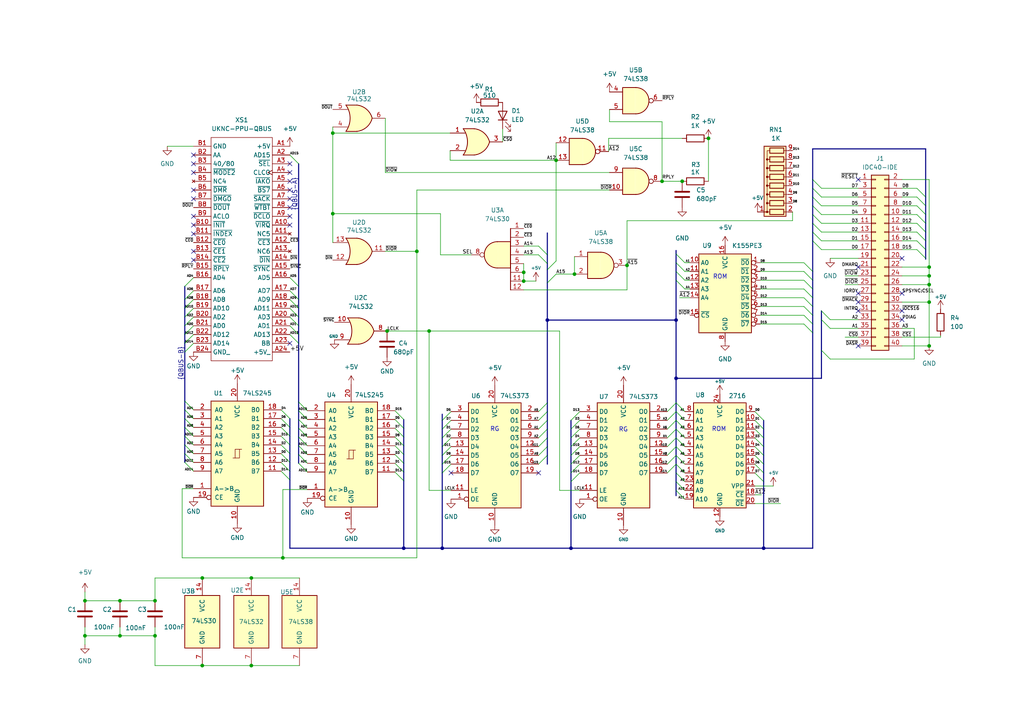
<source format=kicad_sch>
(kicad_sch (version 20230121) (generator eeschema)
  (paper "A4")
  (title_block (title "https://forum.maxiol.com/index.php?showtopic=4937") (date "2023-03-18") (comment 1 "https://github.com/nzeemin/ukncbtl-doc/wiki/IDE-HDD-ru") (comment 2 "https://zx-pk.ru/threads/12218-vinchester-uknts/page3.html"))
  (bus_alias "{QBUS-B}" (members "AD0" "AD2" "AD4" "AD6" "AD8" "AD10" "AD12" "AD14"))
  (junction (at 58.674 193.04))
  (junction (at 192.024 52.578))
  (junction (at 117.094 159.004))
  (junction (at 120.904 72.898))
  (junction (at 72.898 193.04))
  (junction (at 158.75 92.837))
  (junction (at 166.624 79.502))
  (junction (at 197.866 52.578))
  (junction (at 151.892 78.994))
  (junction (at 124.46 96.012))
  (junction (at 112.268 96.012))
  (junction (at 96.52 61.976))
  (junction (at 44.958 174.244))
  (junction (at 34.798 184.404))
  (junction (at 181.864 76.962))
  (junction (at 165.608 159.004))
  (junction (at 269.494 82.55))
  (junction (at 128.27 159.004))
  (junction (at 82.042 161.798))
  (junction (at 196.088 109.728))
  (junction (at 196.088 92.837))
  (junction (at 58.674 167.64))
  (junction (at 269.494 87.63))
  (junction (at 161.29 46.482))
  (junction (at 96.52 38.608))
  (junction (at 205.486 40.132))
  (junction (at 269.494 77.47))
  (junction (at 221.488 159.004))
  (junction (at 269.494 100.33))
  (junction (at 34.798 174.244))
  (junction (at 151.892 81.534))
  (junction (at 24.638 184.404))
  (junction (at 72.898 167.64))
  (junction (at 269.494 80.01))
  (junction (at 24.638 174.244))
  (junction (at 44.958 184.404))
  (no_connect (at 84.074 55.118))
  (no_connect (at 248.92 100.33))
  (no_connect (at 84.074 52.578))
  (no_connect (at 261.62 74.93))
  (no_connect (at 84.074 99.568))
  (no_connect (at 84.074 65.278))
  (no_connect (at 156.21 137.16))
  (no_connect (at 261.62 85.09))
  (no_connect (at 84.074 50.038))
  (no_connect (at 261.62 90.17))
  (no_connect (at 84.074 57.658))
  (no_connect (at 56.134 67.818))
  (no_connect (at 84.074 60.198))
  (no_connect (at 248.92 77.47))
  (no_connect (at 248.92 52.07))
  (no_connect (at 56.134 55.118))
  (no_connect (at 84.074 47.498))
  (no_connect (at 56.134 72.898))
  (no_connect (at 248.92 85.09))
  (no_connect (at 130.81 137.16))
  (no_connect (at 248.92 87.63))
  (no_connect (at 56.134 50.038))
  (no_connect (at 56.134 65.278))
  (no_connect (at 56.134 47.498))
  (no_connect (at 248.92 90.17))
  (no_connect (at 56.134 57.658))
  (no_connect (at 84.074 62.738))
  (no_connect (at 261.62 92.71))
  (no_connect (at 56.134 75.438))
  (no_connect (at 56.134 62.738))
  (no_connect (at 56.134 44.958))
  (bus_entry (at 81.534 129.032) (size 2.54 2.54))
  (bus_entry (at 161.29 79.502) (size -2.54 2.54))
  (bus_entry (at 168.148 132.08) (size -2.54 2.54))
  (bus_entry (at 158.75 73.914) (size -2.54 -2.54))
  (bus_entry (at 114.554 121.666) (size 2.54 2.54))
  (bus_entry (at 193.548 119.38) (size 2.54 -2.54))
  (bus_entry (at 193.548 127) (size 2.54 -2.54))
  (bus_entry (at 233.172 86.36) (size 2.54 2.54))
  (bus_entry (at 84.074 89.408) (size 2.54 2.54))
  (bus_entry (at 196.088 129.54) (size 2.54 2.54))
  (bus_entry (at 233.172 78.74) (size 2.54 2.54))
  (bus_entry (at 233.172 93.98) (size 2.54 2.54))
  (bus_entry (at 233.172 76.2) (size 2.54 2.54))
  (bus_entry (at 196.088 124.46) (size 2.54 2.54))
  (bus_entry (at 56.134 86.868) (size -2.54 2.54))
  (bus_entry (at 81.534 136.652) (size 2.54 2.54))
  (bus_entry (at 130.81 134.62) (size -2.54 2.54))
  (bus_entry (at 235.712 57.15) (size 2.54 2.54))
  (bus_entry (at 233.172 81.28) (size 2.54 2.54))
  (bus_entry (at 114.554 136.906) (size 2.54 2.54))
  (bus_entry (at 84.074 80.518) (size 2.54 2.54))
  (bus_entry (at 114.554 134.366) (size 2.54 2.54))
  (bus_entry (at 86.614 129.286) (size 2.54 2.54))
  (bus_entry (at 168.148 127) (size -2.54 2.54))
  (bus_entry (at 196.088 127) (size 2.54 2.54))
  (bus_entry (at 156.21 132.08) (size 2.54 -2.54))
  (bus_entry (at 84.074 84.328) (size 2.54 2.54))
  (bus_entry (at 218.948 132.08) (size 2.54 2.54))
  (bus_entry (at 193.548 121.92) (size 2.54 -2.54))
  (bus_entry (at 196.088 78.74) (size 2.54 2.54))
  (bus_entry (at 168.148 119.38) (size -2.54 2.54))
  (bus_entry (at 156.21 124.46) (size 2.54 -2.54))
  (bus_entry (at 265.938 67.31) (size 2.54 2.54))
  (bus_entry (at 156.21 129.54) (size 2.54 -2.54))
  (bus_entry (at 84.074 91.948) (size 2.54 2.54))
  (bus_entry (at 56.134 97.028) (size -2.54 2.54))
  (bus_entry (at 196.088 142.24) (size 2.54 2.54))
  (bus_entry (at 84.074 97.028) (size 2.54 2.54))
  (bus_entry (at 56.134 80.518) (size -2.54 2.54))
  (bus_entry (at 130.81 119.38) (size -2.54 2.54))
  (bus_entry (at 168.148 137.16) (size -2.54 2.54))
  (bus_entry (at 156.21 119.38) (size 2.54 -2.54))
  (bus_entry (at 81.534 118.872) (size 2.54 2.54))
  (bus_entry (at 56.134 121.412) (size -2.54 -2.54))
  (bus_entry (at 168.148 129.54) (size -2.54 2.54))
  (bus_entry (at 114.554 129.286) (size 2.54 2.54))
  (bus_entry (at 84.074 44.958) (size 2.54 2.54))
  (bus_entry (at 86.614 126.746) (size 2.54 2.54))
  (bus_entry (at 56.134 84.328) (size -2.54 2.54))
  (bus_entry (at 114.554 131.826) (size 2.54 2.54))
  (bus_entry (at 235.712 67.31) (size 2.54 2.54))
  (bus_entry (at 56.134 129.032) (size -2.54 -2.54))
  (bus_entry (at 56.134 126.492) (size -2.54 -2.54))
  (bus_entry (at 265.938 54.61) (size 2.54 2.54))
  (bus_entry (at 196.088 139.7) (size 2.54 2.54))
  (bus_entry (at 196.088 137.16) (size 2.54 2.54))
  (bus_entry (at 86.614 124.206) (size 2.54 2.54))
  (bus_entry (at 56.134 99.568) (size -2.54 2.54))
  (bus_entry (at 114.554 119.126) (size 2.54 2.54))
  (bus_entry (at 84.074 94.488) (size 2.54 2.54))
  (bus_entry (at 235.712 54.61) (size 2.54 2.54))
  (bus_entry (at 265.938 62.23) (size 2.54 2.54))
  (bus_entry (at 218.948 127) (size 2.54 2.54))
  (bus_entry (at 265.938 69.85) (size 2.54 2.54))
  (bus_entry (at 233.172 91.44) (size 2.54 2.54))
  (bus_entry (at 196.088 121.92) (size 2.54 2.54))
  (bus_entry (at 196.088 119.38) (size 2.54 2.54))
  (bus_entry (at 265.938 64.77) (size 2.54 2.54))
  (bus_entry (at 130.81 127) (size -2.54 2.54))
  (bus_entry (at 238.252 101.6) (size 2.54 2.54))
  (bus_entry (at 156.21 121.92) (size 2.54 -2.54))
  (bus_entry (at 130.81 124.46) (size -2.54 2.54))
  (bus_entry (at 265.938 72.39) (size 2.54 2.54))
  (bus_entry (at 235.712 69.85) (size 2.54 2.54))
  (bus_entry (at 196.088 76.2) (size 2.54 2.54))
  (bus_entry (at 265.938 59.69) (size 2.54 2.54))
  (bus_entry (at 218.948 124.46) (size 2.54 2.54))
  (bus_entry (at 56.134 123.952) (size -2.54 -2.54))
  (bus_entry (at 81.534 131.572) (size 2.54 2.54))
  (bus_entry (at 161.29 75.692) (size -2.54 2.54))
  (bus_entry (at 218.948 119.38) (size 2.54 2.54))
  (bus_entry (at 235.712 62.23) (size 2.54 2.54))
  (bus_entry (at 156.21 134.62) (size 2.54 -2.54))
  (bus_entry (at 233.172 88.9) (size 2.54 2.54))
  (bus_entry (at 265.938 57.15) (size 2.54 2.54))
  (bus_entry (at 168.148 121.92) (size -2.54 2.54))
  (bus_entry (at 81.534 134.112) (size 2.54 2.54))
  (bus_entry (at 196.088 73.66) (size 2.54 2.54))
  (bus_entry (at 56.134 136.652) (size -2.54 -2.54))
  (bus_entry (at 193.548 137.16) (size 2.54 -2.54))
  (bus_entry (at 114.554 124.206) (size 2.54 2.54))
  (bus_entry (at 86.614 134.366) (size 2.54 2.54))
  (bus_entry (at 130.81 129.54) (size -2.54 2.54))
  (bus_entry (at 130.81 132.08) (size -2.54 2.54))
  (bus_entry (at 114.554 126.746) (size 2.54 2.54))
  (bus_entry (at 86.614 119.126) (size 2.54 2.54))
  (bus_entry (at 86.614 131.826) (size 2.54 2.54))
  (bus_entry (at 196.088 116.84) (size 2.54 2.54))
  (bus_entry (at 233.172 83.82) (size 2.54 2.54))
  (bus_entry (at 235.712 64.77) (size 2.54 2.54))
  (bus_entry (at 218.948 134.62) (size 2.54 2.54))
  (bus_entry (at 81.534 121.412) (size 2.54 2.54))
  (bus_entry (at 218.948 137.16) (size 2.54 2.54))
  (bus_entry (at 193.548 124.46) (size 2.54 -2.54))
  (bus_entry (at 56.134 91.948) (size -2.54 2.54))
  (bus_entry (at 158.75 76.454) (size -2.54 -2.54))
  (bus_entry (at 196.088 134.62) (size 2.54 2.54))
  (bus_entry (at 56.134 94.488) (size -2.54 2.54))
  (bus_entry (at 193.548 134.62) (size 2.54 -2.54))
  (bus_entry (at 168.148 134.62) (size -2.54 2.54))
  (bus_entry (at 238.252 92.71) (size 2.54 2.54))
  (bus_entry (at 235.712 59.69) (size 2.54 2.54))
  (bus_entry (at 218.948 129.54) (size 2.54 2.54))
  (bus_entry (at 81.534 126.492) (size 2.54 2.54))
  (bus_entry (at 56.134 89.408) (size -2.54 2.54))
  (bus_entry (at 86.614 121.666) (size 2.54 2.54))
  (bus_entry (at 238.252 90.17) (size 2.54 2.54))
  (bus_entry (at 193.548 132.08) (size 2.54 -2.54))
  (bus_entry (at 156.21 127) (size 2.54 -2.54))
  (bus_entry (at 56.134 118.872) (size -2.54 -2.54))
  (bus_entry (at 81.534 123.952) (size 2.54 2.54))
  (bus_entry (at 56.134 131.572) (size -2.54 -2.54))
  (bus_entry (at 168.148 124.46) (size -2.54 2.54))
  (bus_entry (at 56.134 134.112) (size -2.54 -2.54))
  (bus_entry (at 86.614 116.586) (size 2.54 2.54))
  (bus_entry (at 235.712 52.07) (size 2.54 2.54))
  (bus_entry (at 218.948 121.92) (size 2.54 2.54))
  (bus_entry (at 193.548 129.54) (size 2.54 -2.54))
  (bus_entry (at 196.088 132.08) (size 2.54 2.54))
  (bus_entry (at 196.088 81.28) (size 2.54 2.54))
  (bus_entry (at 130.81 121.92) (size -2.54 2.54))
  (bus_entry (at 84.074 86.868) (size 2.54 2.54))
  (bus (pts (xy 53.594 86.868) (xy 53.594 89.408)))
  (bus (pts (xy 235.712 52.07) (xy 235.712 43.18)))
  (wire (pts (xy 218.948 140.97) (xy 224.282 140.97)))
  (wire (pts (xy 269.494 52.07) (xy 269.494 77.47)))
  (bus (pts (xy 165.608 127) (xy 165.608 129.54)))
  (bus (pts (xy 53.594 102.108) (xy 53.594 116.332)))
  (wire (pts (xy 176.784 31.75) (xy 176.784 35.306)))
  (bus (pts (xy 221.488 159.004) (xy 235.712 159.004)))
  (bus (pts (xy 268.478 67.31) (xy 268.478 69.85)))
  (wire (pts (xy 238.252 64.77) (xy 248.92 64.77)))
  (bus (pts (xy 84.074 121.412) (xy 84.074 123.952)))
  (bus (pts (xy 235.712 78.74) (xy 235.712 81.28)))
  (bus (pts (xy 53.594 97.028) (xy 53.594 99.568)))
  (wire (pts (xy 198.628 76.2) (xy 200.152 76.2)))
  (bus (pts (xy 158.75 82.042) (xy 158.75 92.837)))
  (wire (pts (xy 96.52 61.976) (xy 96.52 70.358)))
  (bus (pts (xy 117.094 126.746) (xy 117.094 129.286)))
  (wire (pts (xy 161.29 46.482) (xy 161.29 75.692)))
  (wire (pts (xy 96.52 61.976) (xy 127.762 61.976)))
  (bus (pts (xy 86.614 124.206) (xy 86.614 126.746)))
  (bus (pts (xy 268.478 57.15) (xy 268.478 59.69)))
  (wire (pts (xy 261.62 80.01) (xy 269.494 80.01)))
  (bus (pts (xy 235.712 62.23) (xy 235.712 64.77)))
  (wire (pts (xy 261.62 87.63) (xy 269.494 87.63)))
  (bus (pts (xy 53.594 99.568) (xy 53.594 102.108)))
  (wire (pts (xy 24.638 174.244) (xy 34.798 174.244)))
  (wire (pts (xy 261.62 100.33) (xy 269.494 100.33)))
  (bus (pts (xy 86.614 121.666) (xy 86.614 124.206)))
  (bus (pts (xy 84.074 139.192) (xy 84.074 159.004)))
  (wire (pts (xy 261.62 97.79) (xy 272.796 97.79)))
  (wire (pts (xy 44.958 184.404) (xy 34.798 184.404)))
  (bus (pts (xy 196.088 129.54) (xy 196.088 127)))
  (wire (pts (xy 111.76 34.29) (xy 111.76 50.038)))
  (wire (pts (xy 240.792 92.71) (xy 248.92 92.71)))
  (bus (pts (xy 235.712 93.98) (xy 235.712 96.52)))
  (bus (pts (xy 268.478 72.39) (xy 268.478 74.93)))
  (bus (pts (xy 221.488 124.46) (xy 221.488 127)))
  (bus (pts (xy 84.074 123.952) (xy 84.074 126.492)))
  (wire (pts (xy 261.62 95.25) (xy 265.176 95.25)))
  (bus (pts (xy 235.712 57.15) (xy 235.712 54.61)))
  (bus (pts (xy 268.478 69.85) (xy 268.478 72.39)))
  (bus (pts (xy 235.712 69.85) (xy 235.712 67.31)))
  (bus (pts (xy 235.712 88.9) (xy 235.712 91.44)))
  (bus (pts (xy 128.27 124.46) (xy 128.27 127)))
  (bus (pts (xy 235.712 83.82) (xy 235.712 86.36)))
  (wire (pts (xy 34.798 184.404) (xy 24.638 184.404)))
  (wire (pts (xy 272.796 97.282) (xy 272.796 97.79)))
  (wire (pts (xy 96.52 36.83) (xy 96.52 38.608)))
  (wire (pts (xy 82.042 141.986) (xy 82.042 161.798)))
  (bus (pts (xy 53.594 91.948) (xy 53.594 94.488)))
  (wire (pts (xy 218.948 146.05) (xy 226.4156 146.05)))
  (wire (pts (xy 89.154 141.986) (xy 82.042 141.986)))
  (wire (pts (xy 120.904 72.898) (xy 111.76 72.898)))
  (bus (pts (xy 117.094 121.666) (xy 117.094 124.206)))
  (bus (pts (xy 196.088 137.16) (xy 196.088 139.7)))
  (wire (pts (xy 240.792 95.25) (xy 248.92 95.25)))
  (wire (pts (xy 151.892 76.454) (xy 151.892 78.994)))
  (wire (pts (xy 269.494 87.63) (xy 269.494 82.55)))
  (wire (pts (xy 162.306 96.012) (xy 124.46 96.012)))
  (bus (pts (xy 268.478 62.23) (xy 268.478 64.77)))
  (bus (pts (xy 221.488 139.7) (xy 221.488 159.004)))
  (wire (pts (xy 197.866 40.132) (xy 176.53 40.132)))
  (wire (pts (xy 44.958 184.404) (xy 44.958 193.04)))
  (wire (pts (xy 44.958 181.864) (xy 44.958 184.404)))
  (wire (pts (xy 205.486 40.132) (xy 205.486 52.578)))
  (wire (pts (xy 96.52 38.608) (xy 130.556 38.608)))
  (wire (pts (xy 120.904 72.898) (xy 120.904 55.118)))
  (wire (pts (xy 238.252 57.15) (xy 248.92 57.15)))
  (bus (pts (xy 158.75 132.08) (xy 158.75 134.62)))
  (wire (pts (xy 111.76 50.038) (xy 176.784 50.038)))
  (wire (pts (xy 238.252 54.61) (xy 248.92 54.61)))
  (wire (pts (xy 58.674 167.64) (xy 44.958 167.64)))
  (bus (pts (xy 238.252 101.6) (xy 238.252 109.728)))
  (bus (pts (xy 128.27 132.08) (xy 128.27 134.62)))
  (bus (pts (xy 86.614 116.586) (xy 86.614 119.126)))
  (bus (pts (xy 235.712 52.07) (xy 235.712 54.61)))
  (bus (pts (xy 196.088 81.28) (xy 196.088 92.837)))
  (wire (pts (xy 127.762 61.976) (xy 127.762 73.914)))
  (bus (pts (xy 196.088 119.38) (xy 196.088 116.84)))
  (wire (pts (xy 198.628 83.82) (xy 200.152 83.82)))
  (wire (pts (xy 269.494 80.01) (xy 269.494 77.47)))
  (wire (pts (xy 261.62 67.31) (xy 265.938 67.31)))
  (bus (pts (xy 158.75 127) (xy 158.75 129.54)))
  (bus (pts (xy 235.712 91.44) (xy 235.712 93.98)))
  (wire (pts (xy 261.62 52.07) (xy 269.494 52.07)))
  (wire (pts (xy 34.798 174.244) (xy 44.958 174.244)))
  (wire (pts (xy 197.104 86.36) (xy 200.152 86.36)))
  (bus (pts (xy 165.608 124.46) (xy 165.608 127)))
  (wire (pts (xy 120.904 161.798) (xy 120.904 72.898)))
  (bus (pts (xy 158.75 92.837) (xy 158.75 116.84)))
  (wire (pts (xy 161.29 46.482) (xy 130.556 46.482)))
  (bus (pts (xy 86.614 97.028) (xy 86.614 99.568)))
  (wire (pts (xy 238.252 59.69) (xy 248.92 59.69)))
  (bus (pts (xy 221.488 134.62) (xy 221.488 137.16)))
  (wire (pts (xy 220.472 93.98) (xy 233.172 93.98)))
  (bus (pts (xy 235.712 67.31) (xy 235.712 64.77)))
  (wire (pts (xy 176.53 40.132) (xy 176.53 43.942)))
  (wire (pts (xy 48.514 42.418) (xy 56.134 42.418)))
  (wire (pts (xy 261.62 64.77) (xy 265.938 64.77)))
  (wire (pts (xy 238.252 67.31) (xy 248.92 67.31)))
  (bus (pts (xy 86.614 126.746) (xy 86.614 129.286)))
  (bus (pts (xy 53.594 123.952) (xy 53.594 126.492)))
  (bus (pts (xy 86.614 99.568) (xy 86.614 116.586)))
  (bus (pts (xy 165.608 137.16) (xy 165.608 139.7)))
  (wire (pts (xy 220.472 86.36) (xy 233.172 86.36)))
  (wire (pts (xy 52.832 161.798) (xy 52.832 141.732)))
  (wire (pts (xy 245.11 82.55) (xy 248.92 82.55)))
  (wire (pts (xy 269.494 77.47) (xy 261.62 77.47)))
  (wire (pts (xy 151.892 81.534) (xy 155.448 81.534)))
  (bus (pts (xy 128.27 137.16) (xy 128.27 159.004)))
  (bus (pts (xy 117.094 129.286) (xy 117.094 131.826)))
  (bus (pts (xy 53.594 131.572) (xy 53.594 134.112)))
  (bus (pts (xy 196.088 139.7) (xy 196.088 142.24)))
  (wire (pts (xy 218.948 143.51) (xy 220.8276 143.51)))
  (bus (pts (xy 165.608 121.92) (xy 165.608 124.46)))
  (wire (pts (xy 52.832 161.798) (xy 82.042 161.798)))
  (bus (pts (xy 238.252 90.17) (xy 238.252 92.71)))
  (wire (pts (xy 245.11 80.01) (xy 248.92 80.01)))
  (bus (pts (xy 235.712 96.52) (xy 235.712 159.004)))
  (bus (pts (xy 117.094 159.004) (xy 128.27 159.004)))
  (bus (pts (xy 235.712 86.36) (xy 235.712 88.9)))
  (bus (pts (xy 196.088 132.08) (xy 196.088 129.54)))
  (bus (pts (xy 53.594 83.058) (xy 53.594 86.868)))
  (bus (pts (xy 196.088 76.2) (xy 196.088 78.74)))
  (wire (pts (xy 229.87 61.468) (xy 229.87 64.008)))
  (wire (pts (xy 245.11 97.79) (xy 248.92 97.79)))
  (wire (pts (xy 198.628 81.28) (xy 200.152 81.28)))
  (wire (pts (xy 120.904 161.798) (xy 82.042 161.798)))
  (wire (pts (xy 191.77 52.578) (xy 192.024 52.578)))
  (bus (pts (xy 53.594 118.872) (xy 53.594 121.412)))
  (wire (pts (xy 220.472 78.74) (xy 233.172 78.74)))
  (bus (pts (xy 165.608 129.54) (xy 165.608 132.08)))
  (bus (pts (xy 158.75 119.38) (xy 158.75 121.92)))
  (bus (pts (xy 196.088 124.46) (xy 196.088 121.92)))
  (bus (pts (xy 53.594 94.488) (xy 53.594 97.028)))
  (bus (pts (xy 84.074 129.032) (xy 84.074 131.572)))
  (wire (pts (xy 52.832 141.732) (xy 56.134 141.732)))
  (bus (pts (xy 128.27 121.92) (xy 128.27 124.46)))
  (bus (pts (xy 53.594 89.408) (xy 53.594 91.948)))
  (bus (pts (xy 117.094 136.906) (xy 117.094 139.446)))
  (bus (pts (xy 196.088 134.62) (xy 196.088 137.16)))
  (bus (pts (xy 117.094 134.366) (xy 117.094 136.906)))
  (bus (pts (xy 53.594 126.492) (xy 53.594 129.032)))
  (wire (pts (xy 261.62 59.69) (xy 265.938 59.69)))
  (wire (pts (xy 24.638 184.404) (xy 24.638 186.944)))
  (wire (pts (xy 220.472 83.82) (xy 233.172 83.82)))
  (wire (pts (xy 151.892 84.074) (xy 181.864 84.074)))
  (bus (pts (xy 165.608 139.7) (xy 165.608 159.004)))
  (wire (pts (xy 86.868 167.64) (xy 72.898 167.64)))
  (bus (pts (xy 268.478 64.77) (xy 268.478 67.31)))
  (bus (pts (xy 221.488 137.16) (xy 221.488 139.7)))
  (bus (pts (xy 84.074 136.652) (xy 84.074 139.192)))
  (wire (pts (xy 120.904 55.118) (xy 176.784 55.118)))
  (bus (pts (xy 86.614 94.488) (xy 86.614 97.028)))
  (wire (pts (xy 24.638 171.704) (xy 24.638 174.244)))
  (wire (pts (xy 151.892 71.374) (xy 156.21 71.374)))
  (bus (pts (xy 235.712 81.28) (xy 235.712 83.82)))
  (bus (pts (xy 84.074 134.112) (xy 84.074 136.652)))
  (bus (pts (xy 86.614 89.408) (xy 86.614 91.948)))
  (wire (pts (xy 198.628 78.74) (xy 200.152 78.74)))
  (wire (pts (xy 96.52 38.608) (xy 96.52 61.976)))
  (wire (pts (xy 176.784 35.306) (xy 192.024 35.306)))
  (wire (pts (xy 261.62 57.15) (xy 265.938 57.15)))
  (wire (pts (xy 261.62 62.23) (xy 265.938 62.23)))
  (wire (pts (xy 161.29 79.502) (xy 166.624 79.502)))
  (bus (pts (xy 53.594 129.032) (xy 53.594 131.572)))
  (wire (pts (xy 220.472 81.28) (xy 233.172 81.28)))
  (wire (pts (xy 261.62 72.39) (xy 265.938 72.39)))
  (bus (pts (xy 158.75 116.84) (xy 158.75 119.38)))
  (wire (pts (xy 136.652 73.914) (xy 127.762 73.914)))
  (wire (pts (xy 220.472 76.2) (xy 233.172 76.2)))
  (wire (pts (xy 238.252 72.39) (xy 248.92 72.39)))
  (bus (pts (xy 86.614 91.948) (xy 86.614 94.488)))
  (wire (pts (xy 240.792 104.14) (xy 265.176 104.14)))
  (bus (pts (xy 196.088 142.24) (xy 196.088 143.764)))
  (bus (pts (xy 221.488 121.92) (xy 221.488 124.46)))
  (wire (pts (xy 124.46 96.012) (xy 112.268 96.012)))
  (bus (pts (xy 86.614 129.286) (xy 86.614 131.826)))
  (bus (pts (xy 196.088 109.728) (xy 238.252 109.728)))
  (bus (pts (xy 196.088 78.74) (xy 196.088 81.28)))
  (wire (pts (xy 161.29 41.402) (xy 161.29 46.482)))
  (bus (pts (xy 53.594 116.332) (xy 53.594 118.872)))
  (wire (pts (xy 192.024 52.578) (xy 197.866 52.578)))
  (bus (pts (xy 84.074 131.572) (xy 84.074 134.112)))
  (bus (pts (xy 117.094 124.206) (xy 117.094 126.746)))
  (bus (pts (xy 235.712 43.18) (xy 268.478 43.18)))
  (wire (pts (xy 220.472 88.9) (xy 233.172 88.9)))
  (bus (pts (xy 117.094 131.826) (xy 117.094 134.366)))
  (bus (pts (xy 158.75 67.564) (xy 158.75 73.914)))
  (bus (pts (xy 196.088 72.644) (xy 196.088 73.66)))
  (wire (pts (xy 130.556 46.482) (xy 130.556 43.688)))
  (bus (pts (xy 158.75 73.914) (xy 158.75 76.454)))
  (bus (pts (xy 235.712 69.85) (xy 235.712 78.74)))
  (wire (pts (xy 181.864 76.962) (xy 181.864 64.008)))
  (bus (pts (xy 221.488 132.08) (xy 221.488 134.62)))
  (wire (pts (xy 72.898 193.04) (xy 86.868 193.04)))
  (wire (pts (xy 261.62 69.85) (xy 265.938 69.85)))
  (bus (pts (xy 158.75 129.54) (xy 158.75 132.08)))
  (wire (pts (xy 269.494 100.33) (xy 269.494 87.63)))
  (bus (pts (xy 235.712 59.69) (xy 235.712 62.23)))
  (bus (pts (xy 128.27 120.142) (xy 128.27 121.92)))
  (bus (pts (xy 268.478 43.18) (xy 268.478 57.15)))
  (bus (pts (xy 268.478 59.69) (xy 268.478 62.23)))
  (bus (pts (xy 235.712 59.69) (xy 235.712 57.15)))
  (bus (pts (xy 86.614 86.868) (xy 86.614 89.408)))
  (bus (pts (xy 86.614 47.498) (xy 86.614 83.058)))
  (wire (pts (xy 151.892 73.914) (xy 156.21 73.914)))
  (wire (pts (xy 261.62 82.55) (xy 269.494 82.55)))
  (bus (pts (xy 196.088 121.92) (xy 196.088 119.38)))
  (wire (pts (xy 168.148 142.24) (xy 162.306 142.24)))
  (wire (pts (xy 34.798 181.864) (xy 34.798 184.404)))
  (bus (pts (xy 128.27 134.62) (xy 128.27 137.16)))
  (wire (pts (xy 44.958 193.04) (xy 58.674 193.04)))
  (bus (pts (xy 117.094 139.446) (xy 117.094 159.004)))
  (bus (pts (xy 165.608 159.004) (xy 221.488 159.004)))
  (bus (pts (xy 268.478 74.93) (xy 268.478 75.184)))
  (bus (pts (xy 158.75 76.454) (xy 158.75 78.232)))
  (bus (pts (xy 196.088 132.08) (xy 196.088 134.62)))
  (wire (pts (xy 220.472 91.44) (xy 233.172 91.44)))
  (wire (pts (xy 124.46 142.24) (xy 124.46 96.012)))
  (bus (pts (xy 86.614 131.826) (xy 86.614 134.366)))
  (bus (pts (xy 196.088 92.837) (xy 196.088 109.728)))
  (bus (pts (xy 196.088 73.66) (xy 196.088 76.2)))
  (bus (pts (xy 158.75 121.92) (xy 158.75 124.46)))
  (bus (pts (xy 238.252 92.71) (xy 238.252 101.6)))
  (bus (pts (xy 128.27 159.004) (xy 165.608 159.004)))
  (wire (pts (xy 72.898 167.64) (xy 58.674 167.64)))
  (bus (pts (xy 86.614 83.058) (xy 86.614 86.868)))
  (wire (pts (xy 24.638 181.864) (xy 24.638 184.404)))
  (wire (pts (xy 44.958 167.64) (xy 44.958 174.244)))
  (wire (pts (xy 145.796 37.338) (xy 145.796 41.148)))
  (bus (pts (xy 53.594 121.412) (xy 53.594 123.952)))
  (wire (pts (xy 269.494 82.55) (xy 269.494 80.01)))
  (wire (pts (xy 261.62 54.61) (xy 265.938 54.61)))
  (wire (pts (xy 166.624 74.422) (xy 166.624 79.502)))
  (bus (pts (xy 196.088 109.728) (xy 196.088 116.84)))
  (wire (pts (xy 151.892 78.994) (xy 151.892 81.534)))
  (wire (pts (xy 265.176 95.25) (xy 265.176 104.14)))
  (wire (pts (xy 181.864 84.074) (xy 181.864 76.962)))
  (wire (pts (xy 192.024 35.306) (xy 192.024 52.578)))
  (wire (pts (xy 58.674 193.04) (xy 72.898 193.04)))
  (bus (pts (xy 86.614 119.126) (xy 86.614 121.666)))
  (wire (pts (xy 162.306 142.24) (xy 162.306 96.012)))
  (wire (pts (xy 240.792 74.93) (xy 248.92 74.93)))
  (wire (pts (xy 238.252 62.23) (xy 248.92 62.23)))
  (bus (pts (xy 221.488 127) (xy 221.488 129.54)))
  (bus (pts (xy 165.608 134.62) (xy 165.608 137.16)))
  (bus (pts (xy 84.074 159.004) (xy 117.094 159.004)))
  (wire (pts (xy 181.864 64.008) (xy 229.87 64.008)))
  (bus (pts (xy 128.27 127) (xy 128.27 129.54)))
  (bus (pts (xy 158.75 78.232) (xy 158.75 82.042)))
  (bus (pts (xy 128.27 129.54) (xy 128.27 132.08)))
  (bus (pts (xy 84.074 126.492) (xy 84.074 129.032)))
  (bus (pts (xy 158.75 124.46) (xy 158.75 127)))
  (wire (pts (xy 238.252 69.85) (xy 248.92 69.85)))
  (wire (pts (xy 130.81 142.24) (xy 124.46 142.24)))
  (bus (pts (xy 196.088 92.837) (xy 158.75 92.837)))
  (bus (pts (xy 221.488 129.54) (xy 221.488 132.08)))
  (bus (pts (xy 165.608 132.08) (xy 165.608 134.62)))
  (bus (pts (xy 196.088 127) (xy 196.088 124.46)))
  (text "ROM" (at 210.6676 125.3236 0) (effects (font (size 1.27 1.27)) (justify right bottom)))
  (text "RG" (at 144.8816 125.3236 0) (effects (font (size 1.27 1.27)) (justify right bottom)))
  (text "ROM" (at 210.9978 81.1276 0) (effects (font (size 1.27 1.27)) (justify right bottom)))
  (text "RG" (at 182.1688 125.4506 0) (effects (font (size 1.27 1.27)) (justify right bottom)))
  (label "D2" (at 81.534 129.032 0) (effects (font (size 0.635 0.635))))
  (label "~{DIOR}" (at 89.154 141.986 180) (effects (font (size 0.635 0.635))))
  (label "A6" (at 198.628 132.08 180) (effects (font (size 0.635 0.635))))
  (label "DMARQ" (at 248.92 77.47 180) (effects (font (size 0.9144 0.9144))))
  (label "D5" (at 218.948 132.08 0) (effects (font (size 0.635 0.635))))
  (label "D10" (at 81.534 126.492 0) (effects (font (size 0.635 0.635))))
  (label "A4" (at 200.152 83.82 180) (effects (font (size 0.635 0.635))))
  (label "A1" (at 156.21 124.46 180) (effects (font (size 0.635 0.635))))
  (label "D4" (at 218.948 129.54 0) (effects (font (size 0.635 0.635))))
  (label "D13" (at 261.62 67.31 0) (effects (font (size 0.9144 0.9144))))
  (label "AD1" (at 84.074 94.488 0) (effects (font (size 0.635 0.635))))
  (label "{QBUS-A}" (at 86.614 51.308 270))
  (label "D9" (at 261.62 57.15 0) (effects (font (size 0.9144 0.9144))))
  (label "D8" (at 81.534 123.952 0) (effects (font (size 0.635 0.635))))
  (label "~{A12}" (at 200.152 86.36 180) (effects (font (size 1.0668 1.0668))))
  (label "AD15" (at 89.154 119.126 180) (effects (font (size 0.635 0.635))))
  (label "AD2" (at 56.134 129.032 180) (effects (font (size 0.635 0.635))))
  (label "AD1" (at 89.154 134.366 180) (effects (font (size 0.635 0.635))))
  (label "AD9" (at 89.154 126.746 180) (effects (font (size 0.635 0.635))))
  (label "AD3" (at 84.074 91.948 0) (effects (font (size 0.635 0.635))))
  (label "D15" (at 261.62 72.39 0) (effects (font (size 0.9144 0.9144))))
  (label "~{A12}" (at 176.53 43.942 0) (effects (font (size 1.0668 1.0668))))
  (label "AD8" (at 56.134 86.868 180) (effects (font (size 0.635 0.635))))
  (label "D12" (at 220.472 86.36 0) (effects (font (size 0.635 0.635))))
  (label "D7" (at 248.92 54.61 180) (effects (font (size 0.9144 0.9144))))
  (label "~{DOUT}" (at 56.134 60.198 180) (effects (font (size 0.8128 0.8128))))
  (label "D14" (at 220.472 91.44 0) (effects (font (size 0.635 0.635))))
  (label "~{RPLY}" (at 56.134 77.978 180) (effects (font (size 0.9144 0.9144))))
  (label "D7" (at 218.948 137.16 0) (effects (font (size 0.635 0.635))))
  (label "D11" (at 114.554 129.286 0) (effects (font (size 0.635 0.635))))
  (label "AD12" (at 56.134 97.028 180) (effects (font (size 0.635 0.635))))
  (label "A8" (at 198.628 137.16 180) (effects (font (size 0.635 0.635))))
  (label "D5" (at 130.81 119.38 180) (effects (font (size 0.635 0.635))))
  (label "D9" (at 114.554 126.746 0) (effects (font (size 0.635 0.635))))
  (label "AD7" (at 89.154 124.206 180) (effects (font (size 0.635 0.635))))
  (label "D0" (at 248.92 72.39 180) (effects (font (size 0.9144 0.9144))))
  (label "A3" (at 200.152 81.28 180) (effects (font (size 0.635 0.635))))
  (label "~{DMACK}" (at 248.92 87.63 180) (effects (font (size 0.9144 0.9144))))
  (label "D2" (at 130.81 127 180) (effects (font (size 0.635 0.635))))
  (label "D0" (at 218.948 119.38 0) (effects (font (size 0.635 0.635))))
  (label "IORDY" (at 248.92 85.09 180) (effects (font (size 0.9144 0.9144))))
  (label "~{CE3}" (at 84.074 70.358 0) (effects (font (size 0.8128 0.8128))))
  (label "AD11" (at 84.074 89.408 0) (effects (font (size 0.635 0.635))))
  (label "AD10" (at 56.134 126.492 180) (effects (font (size 0.635 0.635))))
  (label "A11" (at 156.21 129.54 180) (effects (font (size 0.635 0.635))))
  (label "AD13" (at 84.074 97.028 0) (effects (font (size 0.635 0.635))))
  (label "AD7" (at 84.074 84.328 0) (effects (font (size 0.635 0.635))))
  (label "~{DIOR}" (at 248.92 82.55 180) (effects (font (size 1.0668 1.0668))))
  (label "D12" (at 261.62 64.77 0) (effects (font (size 0.9144 0.9144))))
  (label "~{RPLY}" (at 192.024 29.21 0) (effects (font (size 0.9144 0.9144))))
  (label "AD5" (at 89.154 121.666 180) (effects (font (size 0.635 0.635))))
  (label "D4" (at 248.92 62.23 180) (effects (font (size 0.9144 0.9144))))
  (label "D3" (at 168.148 121.92 180) (effects (font (size 0.635 0.635))))
  (label "AD0" (at 56.134 94.488 180) (effects (font (size 0.635 0.635))))
  (label "~{DIN}" (at 96.52 75.438 180) (effects (font (size 0.8128 0.8128))))
  (label "D5" (at 248.92 59.69 180) (effects (font (size 0.9144 0.9144))))
  (label "A5" (at 198.628 129.54 180) (effects (font (size 0.635 0.635))))
  (label "~{DIOR}" (at 56.134 141.732 180) (effects (font (size 0.635 0.635))))
  (label "D11" (at 130.81 129.54 180) (effects (font (size 0.635 0.635))))
  (label "~{DIOW}" (at 111.76 50.038 0) (effects (font (size 0.9144 0.9144))))
  (label "~{DIOR}" (at 200.152 91.44 180) (effects (font (size 0.9144 0.9144))))
  (label "SEL" (at 134.112 73.914 0) (effects (font (size 1.0668 1.0668))))
  (label "D13" (at 114.554 136.906 0) (effects (font (size 0.635 0.635))))
  (label "A9" (at 198.628 139.7 180) (effects (font (size 0.635 0.635))))
  (label "D10" (at 261.62 59.69 0) (effects (font (size 0.9144 0.9144))))
  (label "D14" (at 168.148 137.16 180) (effects (font (size 0.635 0.635))))
  (label "AD12" (at 56.134 134.112 180) (effects (font (size 0.635 0.635))))
  (label "~{CE0}" (at 56.134 70.358 180) (effects (font (size 0.8128 0.8128))))
  (label "D13" (at 220.472 88.9 0) (effects (font (size 0.635 0.635))))
  (label "A2" (at 198.628 121.92 180) (effects (font (size 0.635 0.635))))
  (label "D8" (at 220.472 76.2 0) (effects (font (size 0.635 0.635))))
  (label "A9" (at 156.21 132.08 180) (effects (font (size 0.635 0.635))))
  (label "A10" (at 193.548 129.54 180) (effects (font (size 0.635 0.635))))
  (label "D7" (at 114.554 124.206 0) (effects (font (size 0.635 0.635))))
  (label "~{DOUT}" (at 96.52 31.75 180) (effects (font (size 0.8128 0.8128))))
  (label "AD14" (at 56.134 99.568 180) (effects (font (size 0.635 0.635))))
  (label "+5V" (at 84.074 102.108 0))
  (label "D10" (at 168.148 129.54 180) (effects (font (size 0.635 0.635))))
  (label "LCLK" (at 112.268 96.012 0) (effects (font (size 0.9144 0.9144))))
  (label "LCLK" (at 128.905 142.24 0) (effects (font (size 0.8128 0.8128))))
  (label "A4" (at 198.628 127 180) (effects (font (size 0.635 0.635))))
  (label "A15" (at 161.29 79.502 0) (effects (font (size 0.9144 0.9144))))
  (label "A1" (at 198.628 119.38 180) (effects (font (size 0.635 0.635))))
  (label "AD11" (at 89.154 129.286 180) (effects (font (size 0.635 0.635))))
  (label "A12" (at 161.29 46.482 180) (effects (font (size 0.9144 0.9144))))
  (label "A3" (at 198.628 124.46 180) (effects (font (size 0.635 0.635))))
  (label "AD0" (at 56.134 131.572 180) (effects (font (size 0.635 0.635))))
  (label "A5" (at 156.21 119.38 180) (effects (font (size 0.635 0.635))))
  (label "~{DIOR}" (at 222.6564 146.05 0) (effects (font (size 0.9144 0.9144))))
  (label "D12" (at 168.148 134.62 180) (effects (font (size 0.635 0.635))))
  (label "A1" (at 248.92 95.25 180) (effects (font (size 0.9144 0.9144))))
  (label "~{RESET}" (at 248.92 52.07 180) (effects (font (size 1.0668 1.0668))))
  (label "A12" (at 193.548 134.62 180) (effects (font (size 0.635 0.635))))
  (label "~{SYNC}" (at 97.028 93.472 180) (effects (font (size 0.8128 0.8128))))
  (label "A7" (at 156.21 121.92 180) (effects (font (size 0.635 0.635))))
  (label "AD6" (at 56.134 84.328 180) (effects (font (size 0.635 0.635))))
  (label "D2" (at 218.948 124.46 0) (effects (font (size 0.635 0.635))))
  (label "~{DIN}" (at 84.074 75.438 0) (effects (font (size 0.8128 0.8128))))
  (label "A3" (at 193.548 121.92 180) (effects (font (size 0.635 0.635))))
  (label "A14" (at 151.892 71.374 0) (effects (font (size 0.9144 0.9144))))
  (label "D3" (at 114.554 131.826 0) (effects (font (size 0.635 0.635))))
  (label "D12" (at 81.534 134.112 0) (effects (font (size 0.635 0.635))))
  (label "D10" (at 229.87 53.848 0) (effects (font (size 0.635 0.635))))
  (label "D8" (at 261.62 54.61 0) (effects (font (size 0.9144 0.9144))))
  (label "D9" (at 220.472 78.74 0) (effects (font (size 0.635 0.635))))
  (label "A10" (at 198.628 142.24 180) (effects (font (size 0.635 0.635))))
  (label "AD9" (at 84.074 86.868 0) (effects (font (size 0.635 0.635))))
  (label "LCLK" (at 166.497 142.24 0) (effects (font (size 0.8128 0.8128))))
  (label "D14" (at 261.62 69.85 0) (effects (font (size 0.9144 0.9144))))
  (label "~{IOCS16}" (at 261.62 90.17 0) (effects (font (size 0.9144 0.9144))))
  (label "D6" (at 218.948 134.62 0) (effects (font (size 0.635 0.635))))
  (label "~{DIOW}" (at 248.92 80.01 180) (effects (font (size 1.0668 1.0668))))
  (label "D9" (at 130.81 132.08 180) (effects (font (size 0.635 0.635))))
  (label "AD3" (at 89.154 131.826 180) (effects (font (size 0.635 0.635))))
  (label "A2" (at 248.92 92.71 180) (effects (font (size 0.9144 0.9144))))
  (label "AD4" (at 56.134 118.872 180) (effects (font (size 0.635 0.635))))
  (label "D11" (at 220.472 83.82 0) (effects (font (size 0.635 0.635))))
  (label "D4" (at 81.534 118.872 0) (effects (font (size 0.635 0.635))))
  (label "INTRQ" (at 248.92 90.17 180) (effects (font (size 0.9144 0.9144))))
  (label "~{SYNC}" (at 84.074 77.978 0) (effects (font (size 0.8128 0.8128))))
  (label "PDIAG" (at 261.62 92.71 0) (effects (font (size 0.9144 0.9144))))
  (label "D4" (at 168.148 127 180) (effects (font (size 0.635 0.635))))
  (label "D3" (at 248.92 64.77 180) (effects (font (size 0.9144 0.9144))))
  (label "{QBUS-B}" (at 53.594 110.236 90))
  (label "A11" (at 198.628 144.78 180) (effects (font (size 0.635 0.635))))
  (label "SPSYNC:CSEL" (at 261.62 85.09 0) (effects (font (size 0.9144 0.9144))))
  (label "~{CE3}" (at 151.892 68.834 0) (effects (font (size 0.8128 0.8128))))
  (label "D0" (at 81.534 131.572 0) (effects (font (size 0.635 0.635))))
  (label "D11" (at 229.87 51.308 0) (effects (font (size 0.635 0.635))))
  (label "A3" (at 261.62 95.25 0) (effects (font (size 0.9144 0.9144))))
  (label "~{DIOR}" (at 111.76 72.898 0) (effects (font (size 0.9144 0.9144))))
  (label "A7" (at 198.628 134.62 180) (effects (font (size 0.635 0.635))))
  (label "A4" (at 193.548 127 180) (effects (font (size 0.635 0.635))))
  (label "~{CE0}" (at 151.892 66.294 0) (effects (font (size 0.8128 0.8128))))
  (label "D15" (at 130.81 134.62 180) (effects (font (size 0.635 0.635))))
  (label "D7" (at 130.81 121.92 180) (effects (font (size 0.635 0.635))))
  (label "~{A15}" (at 181.864 76.962 0) (effects (font (size 1.0668 1.0668))))
  (label "AD15" (at 84.074 44.958 0) (effects (font (size 0.635 0.635))))
  (label "~{DASP}" (at 248.92 100.33 180) (effects (font (size 0.9144 0.9144))))
  (label "D13" (at 168.148 119.38 180) (effects (font (size 0.635 0.635))))
  (label "D8" (at 168.148 132.08 180) (effects (font (size 0.635 0.635))))
  (label "AD2" (at 56.134 91.948 180) (effects (font (size 0.635 0.635))))
  (label "~{CS1}" (at 261.62 97.79 0) (effects (font (size 0.9144 0.9144))))
  (label "AD8" (at 56.134 123.952 180) (effects (font (size 0.635 0.635))))
  (label "D14" (at 229.87 43.688 0) (effects (font (size 0.635 0.635))))
  (label "D10" (at 220.472 81.28 0) (effects (font (size 0.635 0.635))))
  (label "D3" (at 218.948 127 0) (effects (font (size 0.635 0.635))))
  (label "AD6" (at 56.134 121.412 180) (effects (font (size 0.635 0.635))))
  (label "D6" (at 81.534 121.412 0) (effects (font (size 0.635 0.635))))
  (label "A2" (at 200.152 78.74 180) (effects (font (size 0.635 0.635))))
  (label "~{CS0}" (at 145.796 41.148 0) (effects (font (size 0.9144 0.9144))))
  (label "D8" (at 229.87 58.928 0) (effects (font (size 0.635 0.635))))
  (label "D11" (at 261.62 62.23 0) (effects (font (size 0.9144 0.9144))))
  (label "A2" (at 156.21 127 180) (effects (font (size 0.635 0.635))))
  (label "D1" (at 218.948 121.92 0) (effects (font (size 0.635 0.635))))
  (label "AD14" (at 56.134 136.652 180) (effects (font (size 0.635 0.635))))
  (label "RPLY" (at 192.024 52.07 0) (effects (font (size 0.9144 0.9144))))
  (label "A14" (at 193.548 137.16 180) (effects (font (size 0.635 0.635))))
  (label "D15" (at 220.472 93.98 0) (effects (font (size 0.635 0.635))))
  (label "A15" (at 156.21 134.62 180) (effects (font (size 0.635 0.635))))
  (label "~{CS0}" (at 248.92 97.79 180) (effects (font (size 0.9144 0.9144))))
  (label "AD5" (at 84.074 80.518 0) (effects (font (size 0.635 0.635))))
  (label "AD13" (at 89.154 136.906 180) (effects (font (size 0.635 0.635))))
  (label "D6" (at 248.92 57.15 180) (effects (font (size 0.9144 0.9144))))
  (label "D1" (at 248.92 69.85 180) (effects (font (size 0.9144 0.9144))))
  (label "A1" (at 200.152 76.2 180) (effects (font (size 0.635 0.635))))
  (label "A6" (at 193.548 124.46 180) (effects (font (size 0.635 0.635))))
  (label "A13" (at 193.548 119.38 180) (effects (font (size 0.635 0.635))))
  (label "A13" (at 151.892 73.914 0) (effects (font (size 0.9144 0.9144))))
  (label "D2" (at 248.92 67.31 180) (effects (font (size 0.9144 0.9144))))
  (label "D5" (at 114.554 121.666 0) (effects (font (size 0.635 0.635))))
  (label "~{DIOR}" (at 174.0916 55.118 0) (effects (font (size 0.9144 0.9144))))
  (label "D12" (at 229.87 48.768 0) (effects (font (size 0.635 0.635))))
  (label "D1" (at 114.554 134.366 0) (effects (font (size 0.635 0.635))))
  (label "D14" (at 81.534 136.652 0) (effects (font (size 0.635 0.635))))
  (label "D15" (at 114.554 119.126 0) (effects (font (size 0.635 0.635))))
  (label "AD4" (at 56.134 80.518 180) (effects (font (size 0.635 0.635))))
  (label "D9" (at 229.87 56.388 0) (effects (font (size 0.635 0.635))))
  (label "A8" (at 193.548 132.08 180) (effects (font (size 0.635 0.635))))
  (label "D1" (at 130.81 124.46 180) (effects (font (size 0.635 0.635))))
  (label "D6" (at 168.148 124.46 180) (effects (font (size 0.635 0.635))))
  (label "AD10" (at 56.134 89.408 180) (effects (font (size 0.635 0.635))))
  (label "D13" (at 229.87 46.228 0) (effects (font (size 0.635 0.635))))
  (label "~{A12}" (at 218.948 143.51 0) (effects (font (size 1.0668 1.0668))))
  (symbol (lib_id "Connector_Generic:Conn_02x20_Odd_Even") (at 254 74.93 0) (unit 1)
    (property "Reference" "J1" (at 255.27 45.974 0))
    (property "Value" "IDC40-IDE" (at 255.27 48.514 0))
    (property "Footprint" "Connector_IDC:IDC-Header_2x20_P2.54mm_Horizontal" (effects hide))
  )
  (symbol (lib_id "power:+5V") (at 272.796 89.662 0) (unit 1)
    (property "Reference" "#PWR037" (effects hide))
    (property "Value" "+5V" (at 272.796 86.106 0) (effects (font (size 1.0668 1.0668))))
  )
  (symbol (lib_id "power:GND") (at 68.834 151.892 0) (unit 1)
    (property "Reference" "#PWR08" (effects hide))
    (property "Value" "GND" (at 68.834 155.956 0))
  )
  (symbol (lib_id "power:+5V") (at 210.312 71.12 0) (unit 1)
    (property "Reference" "#PWR031" (effects hide))
    (property "Value" "+5V" (at 210.312 65.9892 0))
  )
  (symbol (lib_id "74xx:74LS38") (at 86.868 180.34 0) (unit 5)
    (property "Reference" "U5" (at 81.28 171.704 0) (effects (justify left)))
    (property "Value" "74LS38" (at 83.566 180.34 0) (effects (justify left)))
    (property "Footprint" "Package_DIP:DIP-14_W7.62mm" (effects hide))
    (property "Datasheet" "http://www.ti.com/lit/gpn/sn74LS38" (effects hide))
  )
  (symbol (lib_id "power:+5V") (at 24.638 171.704 0) (unit 1)
    (property "Reference" "#PWR01" (effects hide))
    (property "Value" "+5V" (at 24.638 165.989 0))
  )
  (symbol (lib_id "power:GND") (at 130.81 144.78 0) (unit 1)
    (property "Reference" "#PWR018" (effects hide))
    (property "Value" "GND" (at 130.81 149.86 0))
  )
  (symbol (lib_id "Device:C") (at 112.268 99.822 0) (unit 1)
    (property "Reference" "C4" (at 115.57 99.568 0) (effects (justify left)))
    (property "Value" "680pF" (at 114.046 102.108 0) (effects (justify left)))
    (property "Footprint" "Capacitor_SMD:C_0603_1608Metric" (effects hide))
  )
  (symbol (lib_id "Device:R") (at 141.986 29.718 90) (unit 1)
    (property "Reference" "R1" (at 143.256 25.908 90) (effects (justify left)))
    (property "Value" "510" (at 143.891 27.686 90) (effects (justify left)))
    (property "Footprint" "Resistor_SMD:R_0805_2012Metric" (effects hide))
  )
  (symbol (lib_id "power:GND") (at 197.866 60.198 0) (unit 1)
    (property "Reference" "#PWR027" (effects hide))
    (property "Value" "GND" (at 197.866 69.088 0))
  )
  (symbol (lib_id "74xx:74LS245") (at 68.834 131.572 0) (unit 1)
    (property "Reference" "U1" (at 61.976 114.046 0) (effects (justify left)))
    (property "Value" "74LS245" (at 70.358 114.046 0) (effects (justify left)))
    (property "Footprint" "Package_DIP:DIP-20_W7.62mm" (effects hide))
    (property "Datasheet" "http://www.ti.com/lit/gpn/sn74LS245" (effects hide))
  )
  (symbol (lib_id "power:GND") (at 168.148 144.78 0) (unit 1)
    (property "Reference" "#PWR023" (effects hide))
    (property "Value" "GND" (at 168.148 149.86 0))
  )
  (symbol (lib_id "Device:C") (at 34.798 178.054 0) (unit 1)
    (property "Reference" "C2" (at 29.718 176.784 0) (effects (justify left)))
    (property "Value" "100nF" (at 36.322 182.118 0) (effects (justify left)))
    (property "Footprint" "Capacitor_SMD:C_0402_1005Metric" (effects hide))
    (property "JLCPCB Part #" "C307331" (effects hide))
  )
  (symbol (lib_id "power:GND") (at 101.854 152.146 0) (unit 1)
    (property "Reference" "#PWR015" (effects hide))
    (property "Value" "GND" (at 101.854 156.21 0))
  )
  (symbol (lib_id "power:+5V") (at 68.834 111.252 0) (unit 1)
    (property "Reference" "#PWR07" (effects hide))
    (property "Value" "+5V" (at 68.834 107.442 0))
  )
  (symbol (lib_id "74xx:74LS373") (at 143.51 132.08 0) (unit 1)
    (property "Reference" "U6" (at 136.652 114.808 0) (effects (justify left)))
    (property "Value" "74LS373" (at 145.034 114.808 0) (effects (justify left)))
    (property "Footprint" "Package_DIP:DIP-20_W7.62mm" (effects hide))
    (property "Datasheet" "http://www.ti.com/lit/gpn/sn74LS373" (effects hide))
  )
  (symbol (lib_id "Device:C") (at 24.638 178.054 0) (unit 1)
    (property "Reference" "C1" (at 19.558 176.784 0) (effects (justify left)))
    (property "Value" "100nF" (at 27.178 181.864 0) (effects (justify left)))
    (property "Footprint" "Capacitor_SMD:C_0402_1005Metric" (effects hide))
    (property "JLCPCB Part #" "C307331" (effects hide))
  )
  (symbol (lib_id "Device:R") (at 201.676 52.578 90) (unit 1)
    (property "Reference" "R3" (at 201.803 47.752 90))
    (property "Value" "1K" (at 201.676 49.911 90))
    (property "Footprint" "Resistor_SMD:R_0805_2012Metric" (effects hide))
  )
  (symbol (lib_id "74xx:74LS38") (at 184.404 52.578 0) (unit 3)
    (property "Reference" "U5" (at 184.404 43.18 0))
    (property "Value" "74LS38" (at 184.404 45.72 0))
    (property "Footprint" "Package_DIP:DIP-14_W7.62mm" (effects hide))
    (property "Datasheet" "http://www.ti.com/lit/gpn/sn74LS38" (effects hide))
  )
  (symbol (lib_id "power:GND") (at 89.154 144.526 0) (unit 1)
    (property "Reference" "#PWR011" (effects hide))
    (property "Value" "GND" (at 89.154 148.59 0))
  )
  (symbol (lib_id "74xx:74LS373") (at 180.848 132.08 0) (unit 1)
    (property "Reference" "U7" (at 173.736 115.062 0) (effects (justify left)))
    (property "Value" "74LS373" (at 182.372 115.062 0) (effects (justify left)))
    (property "Footprint" "Package_DIP:DIP-20_W7.62mm" (effects hide))
    (property "Datasheet" "http://www.ti.com/lit/gpn/sn74LS373" (effects hide))
  )
  (symbol (lib_id "my-uknc:UKNC-PPU-QBUS") (at 68.834 81.788 0) (unit 1)
    (property "Reference" "XS1" (at 70.104 34.798 0))
    (property "Value" "UKNC-PPU-QBUS" (at 70.104 37.338 0))
    (property "Footprint" "UKNC-PP-Library:SNP15-48-BOARD" (effects hide))
  )
  (symbol (lib_id "74xx:74LS32") (at 104.14 34.29 0) (mirror x) (unit 2)
    (property "Reference" "U2" (at 104.14 26.67 0))
    (property "Value" "74LS32" (at 104.14 28.702 0))
    (property "Footprint" "Package_DIP:DIP-14_W7.62mm" (effects hide))
    (property "Datasheet" "http://www.ti.com/lit/gpn/sn74LS32" (effects hide))
  )
  (symbol (lib_id "power:GND") (at 112.268 103.632 0) (unit 1)
    (property "Reference" "#PWR016" (effects hide))
    (property "Value" "GND" (at 112.268 107.696 0))
  )
  (symbol (lib_id "power:+5V") (at 138.176 29.718 0) (unit 1)
    (property "Reference" "#PWR019" (effects hide))
    (property "Value" "+5V" (at 138.176 25.019 0))
  )
  (symbol (lib_id "power:GND") (at 56.134 144.272 0) (unit 1)
    (property "Reference" "#PWR05" (effects hide))
    (property "Value" "GND" (at 56.134 148.336 0))
  )
  (symbol (lib_id "power:GND") (at 48.514 42.418 0) (unit 1)
    (property "Reference" "#PWR03" (effects hide))
    (property "Value" "GND" (at 48.514 47.498 0))
  )
  (symbol (lib_id "power:+5V") (at 208.788 114.3 0) (unit 1)
    (property "Reference" "#PWR029" (effects hide))
    (property "Value" "+5V" (at 207.264 110.617 0) (effects (font (size 0.9144 0.9144)) (justify left)))
  )
  (symbol (lib_id "power:+5V") (at 205.486 40.132 0) (unit 1)
    (property "Reference" "#PWR028" (effects hide))
    (property "Value" "+5V" (at 205.486 35.179 0))
  )
  (symbol (lib_id "power:GND") (at 208.788 149.86 0) (unit 1)
    (property "Reference" "#PWR030" (effects hide))
    (property "Value" "GND" (at 208.788 153.924 0) (effects (font (size 0.9144 0.9144))))
  )
  (symbol (lib_id "power:GND") (at 56.134 102.108 0) (unit 1)
    (property "Reference" "#PWR04" (effects hide))
    (property "Value" "GND" (at 56.134 106.172 0))
  )
  (symbol (lib_id "Device:LED") (at 145.796 33.528 90) (unit 1)
    (property "Reference" "D1" (at 148.336 32.131 90) (effects (justify right)))
    (property "Value" "LED" (at 148.336 34.671 90) (effects (justify right)))
    (property "Footprint" "LED_SMD:LED_0805_2012Metric" (effects hide))
  )
  (symbol (lib_id "power:+5V") (at 219.71 61.468 0) (unit 1)
    (property "Reference" "#PWR033" (effects hide))
    (property "Value" "+5V" (at 219.71 57.404 0) (effects (font (size 1.0668 1.0668))))
  )
  (symbol (lib_id "power:+5V") (at 180.848 111.76 0) (unit 1)
    (property "Reference" "#PWR025" (effects hide))
    (property "Value" "+5V" (at 180.848 106.68 0))
  )
  (symbol (lib_id "74xx:74LS30") (at 144.272 73.914 0) (mirror y) (unit 1)
    (property "Reference" "U3" (at 144.272 60.96 0))
    (property "Value" "74LS30" (at 144.272 63.5 0))
    (property "Footprint" "Package_DIP:DIP-14_W7.62mm" (effects hide))
    (property "Datasheet" "http://www.ti.com/lit/gpn/sn74LS30" (effects hide))
  )
  (symbol (lib_id "power:GND") (at 97.028 98.552 0) (unit 1)
    (property "Reference" "#PWR012" (effects hide))
    (property "Value" "GND" (at 96.774 97.536 0) (effects (font (size 0.8128 0.8128))))
  )
  (symbol (lib_id "power:+5V") (at 143.51 111.76 0) (unit 1)
    (property "Reference" "#PWR020" (effects hide))
    (property "Value" "+5V" (at 143.51 106.68 0))
  )
  (symbol (lib_id "power:GND") (at 210.312 99.06 0) (unit 1)
    (property "Reference" "#PWR032" (effects hide))
    (property "Value" "GND" (at 210.312 104.14 0))
  )
  (symbol (lib_id "power:GND") (at 180.848 152.4 0) (unit 1)
    (property "Reference" "#PWR026" (effects hide))
    (property "Value" "GND" (at 180.848 156.464 0) (effects (font (size 0.9144 0.9144))))
  )
  (symbol (lib_id "74xx:74LS32") (at 72.898 180.34 0) (unit 5)
    (property "Reference" "U2" (at 68.834 171.196 0))
    (property "Value" "74LS32" (at 72.898 180.34 0))
    (property "Footprint" "Package_DIP:DIP-14_W7.62mm" (effects hide))
    (property "Datasheet" "http://www.ti.com/lit/gpn/sn74LS32" (effects hide))
  )
  (symbol (lib_id "74xx:74LS32") (at 138.176 41.148 0) (unit 1)
    (property "Reference" "U2" (at 138.43 32.258 0))
    (property "Value" "74LS32" (at 138.43 34.798 0))
    (property "Footprint" "Package_DIP:DIP-14_W7.62mm" (effects hide))
    (property "Datasheet" "http://www.ti.com/lit/gpn/sn74LS32" (effects hide))
  )
  (symbol (lib_id "power:+5V") (at 155.448 81.534 0) (unit 1)
    (property "Reference" "#PWR022" (effects hide))
    (property "Value" "+5V" (at 155.448 77.724 0) (effects (font (size 0.9144 0.9144))))
  )
  (symbol (lib_id "74xx:74LS30") (at 58.674 180.34 0) (unit 2)
    (property "Reference" "U3" (at 54.61 171.45 0))
    (property "Value" "74LS30" (at 59.182 180.086 0))
    (property "Footprint" "Package_DIP:DIP-14_W7.62mm" (effects hide))
    (property "Datasheet" "http://www.ti.com/lit/gpn/sn74LS30" (effects hide))
  )
  (symbol (lib_id "power:GND") (at 269.494 100.33 0) (unit 1)
    (property "Reference" "#PWR036" (effects hide))
    (property "Value" "GND" (at 269.494 105.41 0))
  )
  (symbol (lib_id "74xx:74LS38") (at 174.244 76.962 0) (unit 1)
    (property "Reference" "U5" (at 174.244 67.564 0))
    (property "Value" "74LS38" (at 174.244 70.104 0))
    (property "Footprint" "Package_DIP:DIP-14_W7.62mm" (effects hide))
    (property "Datasheet" "http://www.ti.com/lit/gpn/sn74LS38" (effects hide))
  )
  (symbol (lib_id "Device:R") (at 201.676 40.132 90) (unit 1)
    (property "Reference" "R2" (at 201.676 33.909 90))
    (property "Value" "1K" (at 201.676 36.449 90))
    (property "Footprint" "Resistor_SMD:R_0805_2012Metric" (effects hide))
  )
  (symbol (lib_id "74xx:74LS38") (at 168.91 43.942 0) (unit 4)
    (property "Reference" "U5" (at 168.91 35.179 0))
    (property "Value" "74LS38" (at 168.91 37.719 0))
    (property "Footprint" "Package_DIP:DIP-14_W7.62mm" (effects hide))
    (property "Datasheet" "http://www.ti.com/lit/gpn/sn74LS38" (effects hide))
  )
  (symbol (lib_id "Device:C") (at 197.866 56.388 0) (unit 1)
    (property "Reference" "C5" (at 201.93 55.1179 0) (effects (justify left)))
    (property "Value" "680pF" (at 201.93 57.6579 0) (effects (justify left)))
    (property "Footprint" "Capacitor_SMD:C_0603_1608Metric" (effects hide))
  )
  (symbol (lib_id "74xx:74LS32") (at 104.14 72.898 0) (mirror x) (unit 4)
    (property "Reference" "U2" (at 104.14 64.516 0))
    (property "Value" "74LS32" (at 104.14 66.802 0))
    (property "Footprint" "Package_DIP:DIP-14_W7.62mm" (effects hide))
    (property "Datasheet" "http://www.ti.com/lit/gpn/sn74LS32" (effects hide))
  )
  (symbol (lib_id "Device:R") (at 272.796 93.472 0) (unit 1)
    (property "Reference" "R4" (at 275.59 92.2019 0) (effects (justify left)))
    (property "Value" "100" (at 275.59 94.7419 0) (effects (justify left)))
    (property "Footprint" "Resistor_SMD:R_0805_2012Metric" (effects hide))
  )
  (symbol (lib_id "power:+5V") (at 176.784 26.67 0) (unit 1)
    (property "Reference" "#PWR024" (effects hide))
    (property "Value" "+5V" (at 176.784 21.463 0))
  )
  (symbol (lib_id "power:+5V") (at 101.854 111.506 0) (unit 1)
    (property "Reference" "#PWR014" (effects hide))
    (property "Value" "+5V" (at 101.854 106.426 0))
  )
  (symbol (lib_id "Device:C") (at 44.958 178.054 0) (unit 1)
    (property "Reference" "C3" (at 39.878 176.784 0) (effects (justify left)))
    (property "Value" "100nF" (at 47.498 181.864 0) (effects (justify left)))
    (property "Footprint" "Capacitor_SMD:C_0402_1005Metric" (effects hide))
    (property "JLCPB Part #" "C307331" (effects hide))
  )
  (symbol (lib_id "74xx:74LS32") (at 104.648 96.012 0) (mirror x) (unit 3)
    (property "Reference" "U2" (at 104.648 86.36 0))
    (property "Value" "74LS32" (at 104.648 88.9 0))
    (property "Footprint" "Package_DIP:DIP-14_W7.62mm" (effects hide))
    (property "Datasheet" "http://www.ti.com/lit/gpn/sn74LS32" (effects hide))
  )
  (symbol (lib_id "74xx:74LS245") (at 101.854 131.826 0) (unit 1)
    (property "Reference" "U4" (at 94.742 114.554 0) (effects (justify left)))
    (property "Value" "74LS245" (at 102.87 114.554 0) (effects (justify left)))
    (property "Footprint" "Package_DIP:DIP-20_W7.62mm" (effects hide))
    (property "Datasheet" "http://www.ti.com/lit/gpn/sn74LS245" (effects hide))
  )
  (symbol (lib_id "power:GND") (at 240.792 74.93 0) (unit 1)
    (property "Reference" "#PWR035" (effects hide))
    (property "Value" "GND" (at 240.792 80.01 0))
  )
  (symbol (lib_id "my-uknc:К155РЕ3") (at 210.312 96.52 0) (unit 1)
    (property "Reference" "U9" (at 203.6826 71.2216 0) (effects (justify left)))
    (property "Value" "К155РЕ3" (at 212.3314 71.247 0) (effects (justify left)))
    (property "Footprint" "Package_DIP:DIP-16_W7.62mm" (effects hide))
    (property "Datasheet" "https://static.chipdip.ru/lib/040/DOC017040601.pdf" (effects hide))
  )
  (symbol (lib_id "power:+5V") (at 224.282 140.97 0) (unit 1)
    (property "Reference" "#PWR034" (effects hide))
    (property "Value" "+5V" (at 224.282 137.16 0) (effects (font (size 0.9144 0.9144))))
  )
  (symbol (lib_id "74xx:74LS38") (at 184.404 29.21 0) (unit 2)
    (property "Reference" "U5" (at 184.404 20.32 0))
    (property "Value" "74LS38" (at 184.404 22.86 0))
    (property "Footprint" "Package_DIP:DIP-14_W7.62mm" (effects hide))
    (property "Datasheet" "http://www.ti.com/lit/gpn/sn74LS38" (effects hide))
  )
  (symbol (lib_id "power:GND") (at 143.51 152.4 0) (unit 1)
    (property "Reference" "#PWR021" (effects hide))
    (property "Value" "GND" (at 143.51 156.464 0))
  )
  (symbol (lib_id "my-uknc:2716") (at 208.788 139.7 0) (unit 1)
    (property "Reference" "U8" (at 201.676 114.554 0) (effects (justify left)))
    (property "Value" "2716" (at 211.328 114.808 0) (effects (justify left)))
    (property "Footprint" "Package_DIP:DIP-24_W15.24mm" (effects hide))
    (property "Datasheet" "https://datasheetspdf.com/pdf-file/957635/Intel/2716/1" (effects hide))
  )
  (symbol (lib_id "Device:R_Network08") (at 224.79 51.308 90) (unit 1)
    (property "Reference" "RN1" (at 225.044 37.592 90))
    (property "Value" "1K" (at 225.044 40.132 90))
    (property "Footprint" "Resistor_THT:R_Array_SIP9" (effects hide))
    (property "Datasheet" "http://www.vishay.com/docs/31509/csc.pdf" (effects hide))
  )
  (symbol (lib_id "power:+5V") (at 84.074 42.418 0) (unit 1)
    (property "Reference" "#PWR010" (effects hide))
    (property "Value" "+5V" (at 84.074 37.338 0))
  )
  (symbol (lib_id "power:GND") (at 24.638 186.944 0) (unit 1)
    (property "Reference" "#PWR02" (effects hide))
    (property "Value" "GND" (at 24.638 191.6938 0))
  )
)
</source>
